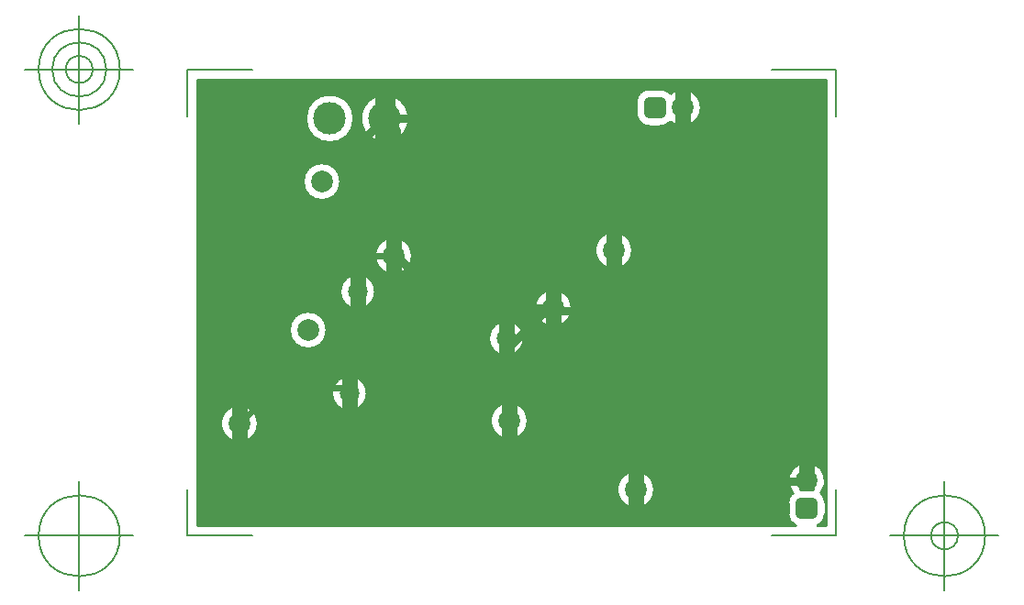
<source format=gbr>
G04 Generated by Ultiboard 14.0 *
%FSLAX34Y34*%
%MOMM*%

%ADD10C,0.0001*%
%ADD11C,0.2540*%
%ADD12C,0.8000*%
%ADD13C,0.6000*%
%ADD14C,0.1270*%
%ADD15C,2.0000*%
%ADD16R,1.0051X1.0051*%
%ADD17C,0.9949*%
%ADD18C,1.8000*%
%ADD19C,3.0000*%


G04 ColorRGB 0000FF for the following layer *
%LNCopper Bottom*%
%LPD*%
G54D10*
G36*
X609645Y583885D02*
X609645Y583885D01*
X58100Y583885D01*
X58100Y995995D01*
X637860Y995995D01*
X637860Y583885D01*
X630355Y583885D01*
G75*
D01*
G03X637329Y594975I-5330J11090*
G01*
X637329Y594975D01*
X637329Y605025D01*
G74*
D01*
G03X633179Y614239I12304J0*
G01*
G75*
D01*
G03X626124Y641548I-13179J11161*
G01*
X626124Y641548D01*
X626124Y617280D01*
G74*
D01*
G03X625025Y617329I1097J12255*
G01*
X625025Y617329D01*
X614975Y617329D01*
G75*
D01*
G03X613876Y617280I-2J-12304*
G01*
X613876Y617280D01*
X613876Y641548D01*
G75*
D01*
G03X606821Y614239I6124J-16148*
G01*
G74*
D01*
G03X602671Y605025I8153J9214*
G01*
X602671Y605025D01*
X602671Y594975D01*
G75*
D01*
G03X609645Y583885I12304J0*
G01*
D02*
G37*
%LPC*%
G36*
X617000Y625400D02*
G75*
D01*
G03X617000Y625400I3000J0*
G01*
D02*
G37*
G36*
X456156Y633368D02*
G75*
D01*
G03X456156Y601072I6123J-16148*
G01*
X456156Y601072D01*
X456156Y633368D01*
D02*
G37*
G36*
X468404Y633368D02*
X468404Y633368D01*
X468404Y601072D01*
G75*
D01*
G03X468404Y633368I-6123J16148*
G01*
D02*
G37*
G36*
X459030Y617220D02*
G75*
D01*
G03X459030Y617220I3250J0*
G01*
D02*
G37*
G36*
X90396Y694328D02*
G75*
D01*
G03X90396Y662032I6123J-16148*
G01*
X90396Y662032D01*
X90396Y694328D01*
D02*
G37*
G36*
X102644Y694328D02*
X102644Y694328D01*
X102644Y662032D01*
G75*
D01*
G03X102644Y694328I-6123J16148*
G01*
D02*
G37*
G36*
X93270Y678180D02*
G75*
D01*
G03X93270Y678180I3250J0*
G01*
D02*
G37*
G36*
X339316Y696868D02*
G75*
D01*
G03X339316Y664572I6123J-16148*
G01*
X339316Y664572D01*
X339316Y696868D01*
D02*
G37*
G36*
X351564Y696868D02*
X351564Y696868D01*
X351564Y664572D01*
G75*
D01*
G03X351564Y696868I-6123J16148*
G01*
D02*
G37*
G36*
X342190Y680720D02*
G75*
D01*
G03X342190Y680720I3250J0*
G01*
D02*
G37*
G36*
X192351Y721333D02*
G75*
D01*
G03X192351Y690907I5769J-15213*
G01*
X192351Y690907D01*
X192351Y721333D01*
D02*
G37*
G36*
X203890Y721333D02*
X203890Y721333D01*
X203890Y690907D01*
G75*
D01*
G03X203890Y721333I-5769J15213*
G01*
D02*
G37*
G36*
X195620Y706120D02*
G75*
D01*
G03X195620Y706120I2500J0*
G01*
D02*
G37*
G36*
X142750Y764540D02*
G75*
D01*
G03X142750Y764540I17270J0*
G01*
D02*
G37*
G36*
X337131Y772133D02*
G75*
D01*
G03X337131Y741707I5769J-15213*
G01*
X337131Y741707D01*
X337131Y772133D01*
D02*
G37*
G36*
X348670Y772133D02*
X348670Y772133D01*
X348670Y741707D01*
G75*
D01*
G03X348670Y772133I-5769J15213*
G01*
D02*
G37*
G36*
X340400Y756920D02*
G75*
D01*
G03X340400Y756920I2500J0*
G01*
D02*
G37*
G36*
X379956Y801008D02*
G75*
D01*
G03X379956Y768712I6123J-16148*
G01*
X379956Y768712D01*
X379956Y801008D01*
D02*
G37*
G36*
X392204Y801008D02*
X392204Y801008D01*
X392204Y768712D01*
G75*
D01*
G03X392204Y801008I-6123J16148*
G01*
D02*
G37*
G36*
X382830Y784860D02*
G75*
D01*
G03X382830Y784860I3250J0*
G01*
D02*
G37*
G36*
X199971Y815313D02*
G75*
D01*
G03X199971Y784887I5769J-15213*
G01*
X199971Y784887D01*
X199971Y815313D01*
D02*
G37*
G36*
X211510Y815313D02*
X211510Y815313D01*
X211510Y784887D01*
G75*
D01*
G03X211510Y815313I-5769J15213*
G01*
D02*
G37*
G36*
X203240Y800100D02*
G75*
D01*
G03X203240Y800100I2500J0*
G01*
D02*
G37*
G36*
X232636Y849268D02*
G75*
D01*
G03X232636Y816972I6123J-16148*
G01*
X232636Y816972D01*
X232636Y849268D01*
D02*
G37*
G36*
X244884Y849268D02*
X244884Y849268D01*
X244884Y816972D01*
G75*
D01*
G03X244884Y849268I-6123J16148*
G01*
D02*
G37*
G36*
X235510Y833120D02*
G75*
D01*
G03X235510Y833120I3250J0*
G01*
D02*
G37*
G36*
X435836Y854348D02*
G75*
D01*
G03X435836Y822052I6123J-16148*
G01*
X435836Y822052D01*
X435836Y854348D01*
D02*
G37*
G36*
X448084Y854348D02*
X448084Y854348D01*
X448084Y822052D01*
G75*
D01*
G03X448084Y854348I-6123J16148*
G01*
D02*
G37*
G36*
X438710Y838200D02*
G75*
D01*
G03X438710Y838200I3250J0*
G01*
D02*
G37*
G36*
X155450Y901700D02*
G75*
D01*
G03X155450Y901700I17270J0*
G01*
D02*
G37*
G36*
X157730Y960000D02*
G75*
D01*
G03X157730Y960000I22270J0*
G01*
D02*
G37*
G36*
X222903Y980823D02*
G75*
D01*
G03X222903Y939177I7897J-20823*
G01*
X222903Y939177D01*
X222903Y980823D01*
D02*
G37*
G36*
X238697Y980823D02*
X238697Y980823D01*
X238697Y939177D01*
G75*
D01*
G03X238697Y980823I-7897J20823*
G01*
D02*
G37*
G36*
X226800Y960000D02*
G75*
D01*
G03X226800Y960000I4000J0*
G01*
D02*
G37*
G36*
X494239Y956821D02*
G74*
D01*
G03X499276Y953852I11161J13179*
G01*
X499276Y953852D01*
X499276Y986148D01*
G74*
D01*
G03X494239Y983179I6124J16148*
G01*
G74*
D01*
G03X485025Y987329I9214J8153*
G01*
X485025Y987329D01*
X474975Y987329D01*
G75*
D01*
G03X462671Y975025I0J-12304*
G01*
X462671Y975025D01*
X462671Y964975D01*
G75*
D01*
G03X474975Y952671I12304J0*
G01*
X474975Y952671D01*
X485025Y952671D01*
G74*
D01*
G03X494239Y956821I0J12304*
G01*
D02*
G37*
G36*
X511524Y986148D02*
X511524Y986148D01*
X511524Y953852D01*
G75*
D01*
G03X511524Y986148I-6123J16148*
G01*
D02*
G37*
G36*
X502400Y970000D02*
G75*
D01*
G03X502400Y970000I3000J0*
G01*
D02*
G37*
%LPD*%
G54D11*
X617000Y625400D02*
G75*
D01*
G03X617000Y625400I3000J0*
G01*
X456156Y633368D02*
G75*
D01*
G03X456156Y601072I6123J-16148*
G01*
X456156Y633368D01*
X468404Y633368D02*
X468404Y601072D01*
G75*
D01*
G03X468404Y633368I-6123J16148*
G01*
X459030Y617220D02*
G75*
D01*
G03X459030Y617220I3250J0*
G01*
X90396Y694328D02*
G75*
D01*
G03X90396Y662032I6123J-16148*
G01*
X90396Y694328D01*
X102644Y694328D02*
X102644Y662032D01*
G75*
D01*
G03X102644Y694328I-6123J16148*
G01*
X93270Y678180D02*
G75*
D01*
G03X93270Y678180I3250J0*
G01*
X339316Y696868D02*
G75*
D01*
G03X339316Y664572I6123J-16148*
G01*
X339316Y696868D01*
X351564Y696868D02*
X351564Y664572D01*
G75*
D01*
G03X351564Y696868I-6123J16148*
G01*
X342190Y680720D02*
G75*
D01*
G03X342190Y680720I3250J0*
G01*
X192351Y721333D02*
G75*
D01*
G03X192351Y690907I5769J-15213*
G01*
X192351Y721333D01*
X203890Y721333D02*
X203890Y690907D01*
G75*
D01*
G03X203890Y721333I-5769J15213*
G01*
X195620Y706120D02*
G75*
D01*
G03X195620Y706120I2500J0*
G01*
X142750Y764540D02*
G75*
D01*
G03X142750Y764540I17270J0*
G01*
X337131Y772133D02*
G75*
D01*
G03X337131Y741707I5769J-15213*
G01*
X337131Y772133D01*
X348670Y772133D02*
X348670Y741707D01*
G75*
D01*
G03X348670Y772133I-5769J15213*
G01*
X340400Y756920D02*
G75*
D01*
G03X340400Y756920I2500J0*
G01*
X379956Y801008D02*
G75*
D01*
G03X379956Y768712I6123J-16148*
G01*
X379956Y801008D01*
X392204Y801008D02*
X392204Y768712D01*
G75*
D01*
G03X392204Y801008I-6123J16148*
G01*
X382830Y784860D02*
G75*
D01*
G03X382830Y784860I3250J0*
G01*
X199971Y815313D02*
G75*
D01*
G03X199971Y784887I5769J-15213*
G01*
X199971Y815313D01*
X211510Y815313D02*
X211510Y784887D01*
G75*
D01*
G03X211510Y815313I-5769J15213*
G01*
X203240Y800100D02*
G75*
D01*
G03X203240Y800100I2500J0*
G01*
X232636Y849268D02*
G75*
D01*
G03X232636Y816972I6123J-16148*
G01*
X232636Y849268D01*
X244884Y849268D02*
X244884Y816972D01*
G75*
D01*
G03X244884Y849268I-6123J16148*
G01*
X235510Y833120D02*
G75*
D01*
G03X235510Y833120I3250J0*
G01*
X435836Y854348D02*
G75*
D01*
G03X435836Y822052I6123J-16148*
G01*
X435836Y854348D01*
X448084Y854348D02*
X448084Y822052D01*
G75*
D01*
G03X448084Y854348I-6123J16148*
G01*
X438710Y838200D02*
G75*
D01*
G03X438710Y838200I3250J0*
G01*
X155450Y901700D02*
G75*
D01*
G03X155450Y901700I17270J0*
G01*
X157730Y960000D02*
G75*
D01*
G03X157730Y960000I22270J0*
G01*
X222903Y980823D02*
G75*
D01*
G03X222903Y939177I7897J-20823*
G01*
X222903Y980823D01*
X238697Y980823D02*
X238697Y939177D01*
G75*
D01*
G03X238697Y980823I-7897J20823*
G01*
X226800Y960000D02*
G75*
D01*
G03X226800Y960000I4000J0*
G01*
X494239Y956821D02*
G74*
D01*
G03X499276Y953852I11161J13179*
G01*
X499276Y986148D01*
G74*
D01*
G03X494239Y983179I6124J16148*
G01*
G74*
D01*
G03X485025Y987329I9214J8153*
G01*
X474975Y987329D01*
G75*
D01*
G03X462671Y975025I0J-12304*
G01*
X462671Y964975D01*
G75*
D01*
G03X474975Y952671I12304J0*
G01*
X485025Y952671D01*
G74*
D01*
G03X494239Y956821I0J12304*
G01*
X511524Y986148D02*
X511524Y953852D01*
G75*
D01*
G03X511524Y986148I-6123J16148*
G01*
X502400Y970000D02*
G75*
D01*
G03X502400Y970000I3000J0*
G01*
X609645Y583885D02*
X58100Y583885D01*
X58100Y995995D01*
X637860Y995995D01*
X637860Y583885D01*
X630355Y583885D01*
G75*
D01*
G03X637329Y594975I-5330J11090*
G01*
X637329Y605025D01*
G74*
D01*
G03X633179Y614239I12304J0*
G01*
G75*
D01*
G03X626124Y641548I-13179J11161*
G01*
X626124Y617280D01*
G74*
D01*
G03X625025Y617329I1097J12255*
G01*
X614975Y617329D01*
G75*
D01*
G03X613876Y617280I-2J-12304*
G01*
X613876Y641548D01*
G75*
D01*
G03X606821Y614239I6124J-16148*
G01*
G74*
D01*
G03X602671Y605025I8153J9214*
G01*
X602671Y594975D01*
G75*
D01*
G03X609645Y583885I12304J0*
G01*
G54D12*
X561340Y624840D02*
X624840Y624840D01*
X96520Y673100D02*
X101600Y678180D01*
X96520Y678180D02*
X96520Y840440D01*
X505400Y954980D02*
X505400Y970000D01*
X449580Y899160D02*
X505400Y954980D01*
X337940Y960000D02*
X398780Y899160D01*
X449580Y899160D01*
X230800Y960000D02*
X337940Y960000D01*
X490220Y662940D02*
X528320Y624840D01*
X561340Y624840D01*
X490220Y662940D02*
X490220Y721360D01*
X441960Y769620D01*
X441960Y838200D01*
X230800Y960000D02*
X241300Y949500D01*
X241300Y833120D01*
X369570Y781050D02*
X377190Y781050D01*
X230800Y960000D02*
X192520Y921720D01*
X162260Y921720D02*
X96520Y855980D01*
X96520Y840440D01*
X162260Y921720D02*
X192520Y921720D01*
X238760Y833120D02*
X238760Y955040D01*
X231140Y962660D01*
X377190Y781050D02*
X378460Y779780D01*
X289560Y784860D02*
X377437Y784860D01*
X241300Y833120D02*
X289560Y784860D01*
X441960Y797560D02*
X426720Y782320D01*
X378460Y782320D01*
X345440Y680720D02*
X345440Y749300D01*
X378460Y782320D01*
X465838Y586740D02*
X463495Y589083D01*
X463495Y614805D02*
X463495Y589083D01*
X523240Y586740D02*
X561340Y624840D01*
X96520Y627380D02*
X137160Y586740D01*
X523240Y586740D01*
X96520Y673100D02*
X96520Y627380D01*
G54D13*
X200660Y711200D02*
X129540Y711200D01*
X96520Y678180D01*
X205740Y800100D02*
X205740Y828040D01*
X210820Y833120D01*
X238760Y833120D01*
G54D14*
X48795Y574580D02*
X48795Y617652D01*
X48795Y574580D02*
X108632Y574580D01*
X647165Y574580D02*
X587328Y574580D01*
X647165Y574580D02*
X647165Y617652D01*
X647165Y1005300D02*
X647165Y962228D01*
X647165Y1005300D02*
X587328Y1005300D01*
X48795Y1005300D02*
X108632Y1005300D01*
X48795Y1005300D02*
X48795Y962228D01*
X-1205Y574580D02*
X-101205Y574580D01*
X-51205Y524580D02*
X-51205Y624580D01*
X-88705Y574580D02*
G75*
D01*
G02X-88705Y574580I37500J0*
G01*
X697165Y574580D02*
X797165Y574580D01*
X747165Y524580D02*
X747165Y624580D01*
X709665Y574580D02*
G75*
D01*
G02X709665Y574580I37500J0*
G01*
X734665Y574580D02*
G75*
D01*
G02X734665Y574580I12500J0*
G01*
X-1205Y1005300D02*
X-101205Y1005300D01*
X-51205Y955300D02*
X-51205Y1055300D01*
X-88705Y1005300D02*
G75*
D01*
G02X-88705Y1005300I37500J0*
G01*
X-76205Y1005300D02*
G75*
D01*
G02X-76205Y1005300I25000J0*
G01*
X-63705Y1005300D02*
G75*
D01*
G02X-63705Y1005300I12500J0*
G01*
G54D15*
X96520Y678180D03*
X505400Y970000D03*
X441960Y838200D03*
X238760Y833120D03*
X172720Y901700D03*
X160020Y764540D03*
X462280Y617220D03*
X345440Y680720D03*
X386080Y784860D03*
X620000Y625400D03*
G54D16*
X480000Y970000D03*
X620000Y600000D03*
G54D17*
X474975Y964975D02*
X485025Y964975D01*
X485025Y975025D01*
X474975Y975025D01*
X474975Y964975D01*D02*
X614975Y594975D02*
X625025Y594975D01*
X625025Y605025D01*
X614975Y605025D01*
X614975Y594975D01*D02*
G54D18*
X205740Y800100D03*
X198120Y706120D03*
X342900Y756920D03*
G54D19*
X180000Y960000D03*
X230800Y960000D03*

M02*

</source>
